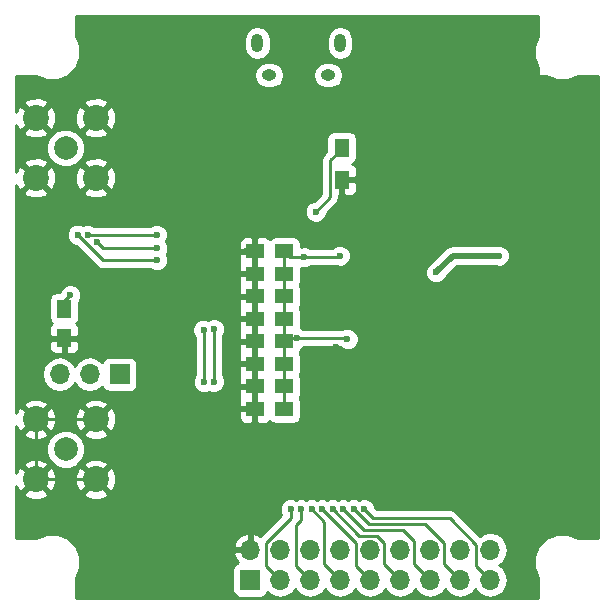
<source format=gbl>
%TF.GenerationSoftware,KiCad,Pcbnew,4.0.6*%
%TF.CreationDate,2017-04-05T20:33:35-07:00*%
%TF.ProjectId,wavegen,7761766567656E2E6B696361645F7063,rev?*%
%TF.FileFunction,Copper,L2,Bot,Signal*%
%FSLAX46Y46*%
G04 Gerber Fmt 4.6, Leading zero omitted, Abs format (unit mm)*
G04 Created by KiCad (PCBNEW 4.0.6) date 04/05/17 20:33:35*
%MOMM*%
%LPD*%
G01*
G04 APERTURE LIST*
%ADD10C,0.100000*%
%ADD11R,1.500000X1.250000*%
%ADD12R,1.250000X1.500000*%
%ADD13O,1.250000X0.950000*%
%ADD14O,1.000000X1.550000*%
%ADD15C,2.200000*%
%ADD16C,2.000000*%
%ADD17R,1.700000X1.700000*%
%ADD18O,1.700000X1.700000*%
%ADD19R,1.300000X1.500000*%
%ADD20C,0.600000*%
%ADD21C,0.250000*%
%ADD22C,0.508000*%
%ADD23C,0.254000*%
G04 APERTURE END LIST*
D10*
D11*
X92055000Y-83566000D03*
X89555000Y-83566000D03*
X92055000Y-85471000D03*
X89555000Y-85471000D03*
X92055000Y-87376000D03*
X89555000Y-87376000D03*
X92055000Y-81661000D03*
X89555000Y-81661000D03*
X92055000Y-79756000D03*
X89555000Y-79756000D03*
X92055000Y-77851000D03*
X89555000Y-77851000D03*
X92055000Y-75946000D03*
X89555000Y-75946000D03*
X92055000Y-74041000D03*
X89555000Y-74041000D03*
D12*
X73406000Y-78887000D03*
X73406000Y-81387000D03*
D13*
X95768800Y-59135000D03*
X90768800Y-59135000D03*
D14*
X96768800Y-56435000D03*
X89768800Y-56435000D03*
D15*
X76073000Y-88265000D03*
X76073000Y-93345000D03*
X70993000Y-93345000D03*
X70993000Y-88265000D03*
D16*
X73533000Y-90805000D03*
D15*
X70993000Y-67818000D03*
X70993000Y-62738000D03*
X76073000Y-62738000D03*
X76073000Y-67818000D03*
D16*
X73533000Y-65278000D03*
D17*
X89154000Y-101854000D03*
D18*
X89154000Y-99314000D03*
X91694000Y-101854000D03*
X91694000Y-99314000D03*
X94234000Y-101854000D03*
X94234000Y-99314000D03*
X96774000Y-101854000D03*
X96774000Y-99314000D03*
X99314000Y-101854000D03*
X99314000Y-99314000D03*
X101854000Y-101854000D03*
X101854000Y-99314000D03*
X104394000Y-101854000D03*
X104394000Y-99314000D03*
X106934000Y-101854000D03*
X106934000Y-99314000D03*
X109474000Y-101854000D03*
X109474000Y-99314000D03*
D17*
X78105000Y-84455000D03*
D18*
X75565000Y-84455000D03*
X73025000Y-84455000D03*
D19*
X96901000Y-65261500D03*
X96901000Y-67961500D03*
D20*
X88011000Y-85471000D03*
X84074000Y-78740000D03*
X92618800Y-60833000D03*
X92583000Y-61595000D03*
X70358000Y-80645000D03*
X92075034Y-70739000D03*
X77470000Y-70485000D03*
X91968800Y-60853800D03*
X91968800Y-61552200D03*
X104140000Y-58420000D03*
X82550000Y-82423000D03*
X107315000Y-80518000D03*
X80645000Y-64770000D03*
X80645000Y-63754000D03*
X80645000Y-62738000D03*
X79756000Y-59055000D03*
X88900000Y-74041000D03*
X96393000Y-82169000D03*
X97663000Y-79883000D03*
X96774000Y-73406000D03*
X94869000Y-73406000D03*
X73787000Y-75692000D03*
X73787000Y-74930000D03*
X75311000Y-75692000D03*
X75311000Y-74930000D03*
X78486000Y-94107000D03*
X84963000Y-89535000D03*
X73924000Y-77744014D03*
X110236000Y-74422000D03*
X104902000Y-75819000D03*
X97394492Y-81472010D03*
X93091000Y-81407000D03*
X93726000Y-74549000D03*
X96774000Y-74422000D03*
X86106000Y-85090000D03*
X86106000Y-80645012D03*
X85217004Y-85090000D03*
X85209216Y-80681165D03*
X92583000Y-95885000D03*
X93472000Y-95885000D03*
X94361000Y-95885000D03*
X95250000Y-95885000D03*
X96139000Y-95885000D03*
X97028000Y-95885000D03*
X97917000Y-95885000D03*
X98806000Y-95885000D03*
X94716000Y-70675500D03*
X81280000Y-74803008D03*
X74549000Y-72644000D03*
X81280004Y-72644000D03*
X75437994Y-72644000D03*
X81280006Y-73787000D03*
X76200000Y-73269000D03*
D21*
X78486000Y-94107000D02*
X78148001Y-94444999D01*
X78148001Y-94444999D02*
X77172999Y-94444999D01*
X77172999Y-94444999D02*
X76073000Y-93345000D01*
X88392000Y-74041000D02*
X89555000Y-74041000D01*
X88519000Y-77851000D02*
X89555000Y-77851000D01*
X70993000Y-88265000D02*
X70993000Y-89820634D01*
X70993000Y-89820634D02*
X70993000Y-93345000D01*
X70993000Y-88265000D02*
X76073000Y-88265000D01*
X70993000Y-93345000D02*
X72548634Y-93345000D01*
X72548634Y-93345000D02*
X76073000Y-93345000D01*
X84963000Y-89535000D02*
X85090000Y-89535000D01*
X73406000Y-78887000D02*
X73406000Y-78262014D01*
X73406000Y-78262014D02*
X73924000Y-77744014D01*
D22*
X104902000Y-75819000D02*
X106299000Y-74422000D01*
X106299000Y-74422000D02*
X110236000Y-74422000D01*
D21*
X97329482Y-81407000D02*
X97394492Y-81472010D01*
X93091000Y-81407000D02*
X97329482Y-81407000D01*
X93091000Y-81407000D02*
X92309000Y-81407000D01*
X96647000Y-74549000D02*
X93726000Y-74549000D01*
X93726000Y-74549000D02*
X92563000Y-74549000D01*
X92309000Y-81407000D02*
X92055000Y-81661000D01*
X92563000Y-74549000D02*
X92055000Y-74041000D01*
X96774000Y-74422000D02*
X96647000Y-74549000D01*
X92055000Y-74041000D02*
X92055000Y-75946000D01*
X92055000Y-77851000D02*
X92055000Y-75946000D01*
X92055000Y-79756000D02*
X92055000Y-77851000D01*
X92055000Y-81661000D02*
X92055000Y-79756000D01*
X92055000Y-83566000D02*
X92055000Y-81661000D01*
X92055000Y-85471000D02*
X92055000Y-83566000D01*
X92055000Y-87376000D02*
X92055000Y-85471000D01*
X86106000Y-80645012D02*
X86106000Y-85090000D01*
X85217004Y-85090000D02*
X85217004Y-80688953D01*
X85217004Y-80688953D02*
X85209216Y-80681165D01*
X92583000Y-95885000D02*
X92583000Y-96647000D01*
X92583000Y-96647000D02*
X90518999Y-98711001D01*
X90518999Y-98711001D02*
X90518999Y-100678999D01*
X90518999Y-100678999D02*
X91694000Y-101854000D01*
X93472000Y-95885000D02*
X93472000Y-96774000D01*
X93472000Y-96774000D02*
X93058999Y-97187001D01*
X93058999Y-97187001D02*
X93058999Y-100678999D01*
X93058999Y-100678999D02*
X94234000Y-101854000D01*
X94361000Y-95885000D02*
X95409001Y-96933001D01*
X95409001Y-96933001D02*
X95409001Y-100489001D01*
X95924001Y-101004001D02*
X96774000Y-101854000D01*
X95409001Y-100489001D02*
X95924001Y-101004001D01*
X95250000Y-95885000D02*
X98138999Y-98773999D01*
X98138999Y-98773999D02*
X98138999Y-100678999D01*
X98138999Y-100678999D02*
X99314000Y-101854000D01*
X96139000Y-95885000D02*
X98392999Y-98138999D01*
X98392999Y-98138999D02*
X99878001Y-98138999D01*
X99878001Y-98138999D02*
X100489001Y-98749999D01*
X100489001Y-98749999D02*
X100489001Y-100489001D01*
X100489001Y-100489001D02*
X101854000Y-101854000D01*
X97028000Y-95885000D02*
X98806000Y-97663000D01*
X98806000Y-97663000D02*
X102108000Y-97663000D01*
X102108000Y-97663000D02*
X103029001Y-98584001D01*
X103029001Y-98584001D02*
X103029001Y-100489001D01*
X103029001Y-100489001D02*
X104394000Y-101854000D01*
X105569001Y-100489001D02*
X106084001Y-101004001D01*
X97917000Y-95885000D02*
X99187000Y-97155000D01*
X99187000Y-97155000D02*
X103974002Y-97155000D01*
X103974002Y-97155000D02*
X105569001Y-98749999D01*
X105569001Y-98749999D02*
X105569001Y-100489001D01*
X106084001Y-101004001D02*
X106934000Y-101854000D01*
X98806000Y-95885000D02*
X99568000Y-96647000D01*
X99568000Y-96647000D02*
X106045000Y-96647000D01*
X106045000Y-96647000D02*
X108298999Y-98900999D01*
X108298999Y-98900999D02*
X108298999Y-100678999D01*
X108298999Y-100678999D02*
X109474000Y-101854000D01*
X94716000Y-70675500D02*
X95925999Y-69465501D01*
X95925999Y-69465501D02*
X95925999Y-66336501D01*
X95925999Y-66336501D02*
X96901000Y-65361500D01*
X96901000Y-65361500D02*
X96901000Y-65261500D01*
X94716000Y-70675500D02*
X94716000Y-70558000D01*
X80855736Y-74803008D02*
X81280000Y-74803008D01*
X76708008Y-74803008D02*
X80855736Y-74803008D01*
X74549000Y-72644000D02*
X76708008Y-74803008D01*
X75437994Y-72644000D02*
X81280004Y-72644000D01*
X76200000Y-73269000D02*
X76718000Y-73787000D01*
X80855742Y-73787000D02*
X81280006Y-73787000D01*
X76718000Y-73787000D02*
X80855742Y-73787000D01*
D23*
G36*
X113538000Y-55824393D02*
X113185415Y-56673513D01*
X113184587Y-57622325D01*
X113538000Y-58477651D01*
X113538000Y-59055000D01*
X113548006Y-59104410D01*
X113576447Y-59146035D01*
X113618841Y-59173315D01*
X113665000Y-59182000D01*
X114244393Y-59182000D01*
X115093513Y-59534585D01*
X116042325Y-59535413D01*
X116897651Y-59182000D01*
X118618000Y-59182000D01*
X118618000Y-98298000D01*
X116895607Y-98298000D01*
X116046487Y-97945415D01*
X115097675Y-97944587D01*
X114220771Y-98306916D01*
X113549274Y-98977242D01*
X113185415Y-99853513D01*
X113184587Y-100802325D01*
X113538000Y-101657651D01*
X113538000Y-103378000D01*
X74422000Y-103378000D01*
X74422000Y-101655607D01*
X74692570Y-101004000D01*
X87656560Y-101004000D01*
X87656560Y-102704000D01*
X87700838Y-102939317D01*
X87839910Y-103155441D01*
X88052110Y-103300431D01*
X88304000Y-103351440D01*
X90004000Y-103351440D01*
X90239317Y-103307162D01*
X90455441Y-103168090D01*
X90600431Y-102955890D01*
X90614086Y-102888459D01*
X90643946Y-102933147D01*
X91125715Y-103255054D01*
X91694000Y-103368093D01*
X92262285Y-103255054D01*
X92744054Y-102933147D01*
X92964000Y-102603974D01*
X93183946Y-102933147D01*
X93665715Y-103255054D01*
X94234000Y-103368093D01*
X94802285Y-103255054D01*
X95284054Y-102933147D01*
X95504000Y-102603974D01*
X95723946Y-102933147D01*
X96205715Y-103255054D01*
X96774000Y-103368093D01*
X97342285Y-103255054D01*
X97824054Y-102933147D01*
X98044000Y-102603974D01*
X98263946Y-102933147D01*
X98745715Y-103255054D01*
X99314000Y-103368093D01*
X99882285Y-103255054D01*
X100364054Y-102933147D01*
X100584000Y-102603974D01*
X100803946Y-102933147D01*
X101285715Y-103255054D01*
X101854000Y-103368093D01*
X102422285Y-103255054D01*
X102904054Y-102933147D01*
X103124000Y-102603974D01*
X103343946Y-102933147D01*
X103825715Y-103255054D01*
X104394000Y-103368093D01*
X104962285Y-103255054D01*
X105444054Y-102933147D01*
X105664000Y-102603974D01*
X105883946Y-102933147D01*
X106365715Y-103255054D01*
X106934000Y-103368093D01*
X107502285Y-103255054D01*
X107984054Y-102933147D01*
X108204000Y-102603974D01*
X108423946Y-102933147D01*
X108905715Y-103255054D01*
X109474000Y-103368093D01*
X110042285Y-103255054D01*
X110524054Y-102933147D01*
X110845961Y-102451378D01*
X110959000Y-101883093D01*
X110959000Y-101824907D01*
X110845961Y-101256622D01*
X110524054Y-100774853D01*
X110238422Y-100584000D01*
X110524054Y-100393147D01*
X110845961Y-99911378D01*
X110959000Y-99343093D01*
X110959000Y-99284907D01*
X110845961Y-98716622D01*
X110524054Y-98234853D01*
X110042285Y-97912946D01*
X109474000Y-97799907D01*
X108905715Y-97912946D01*
X108594017Y-98121215D01*
X106582401Y-96109599D01*
X106335839Y-95944852D01*
X106045000Y-95887000D01*
X99882802Y-95887000D01*
X99741122Y-95745320D01*
X99741162Y-95699833D01*
X99599117Y-95356057D01*
X99336327Y-95092808D01*
X98992799Y-94950162D01*
X98620833Y-94949838D01*
X98361286Y-95057080D01*
X98103799Y-94950162D01*
X97731833Y-94949838D01*
X97472286Y-95057080D01*
X97214799Y-94950162D01*
X96842833Y-94949838D01*
X96583286Y-95057080D01*
X96325799Y-94950162D01*
X95953833Y-94949838D01*
X95694286Y-95057080D01*
X95436799Y-94950162D01*
X95064833Y-94949838D01*
X94805286Y-95057080D01*
X94547799Y-94950162D01*
X94175833Y-94949838D01*
X93916286Y-95057080D01*
X93658799Y-94950162D01*
X93286833Y-94949838D01*
X93027286Y-95057080D01*
X92769799Y-94950162D01*
X92397833Y-94949838D01*
X92054057Y-95091883D01*
X91790808Y-95354673D01*
X91648162Y-95698201D01*
X91647838Y-96070167D01*
X91775665Y-96379533D01*
X90021335Y-98133863D01*
X89920924Y-98042355D01*
X89510890Y-97872524D01*
X89281000Y-97993845D01*
X89281000Y-99187000D01*
X89301000Y-99187000D01*
X89301000Y-99441000D01*
X89281000Y-99441000D01*
X89281000Y-99461000D01*
X89027000Y-99461000D01*
X89027000Y-99441000D01*
X87833181Y-99441000D01*
X87712514Y-99670892D01*
X87958817Y-100195358D01*
X88164504Y-100382808D01*
X88068683Y-100400838D01*
X87852559Y-100539910D01*
X87707569Y-100752110D01*
X87656560Y-101004000D01*
X74692570Y-101004000D01*
X74774585Y-100806487D01*
X74775413Y-99857675D01*
X74413084Y-98980771D01*
X74389463Y-98957108D01*
X87712514Y-98957108D01*
X87833181Y-99187000D01*
X89027000Y-99187000D01*
X89027000Y-97993845D01*
X88797110Y-97872524D01*
X88387076Y-98042355D01*
X87958817Y-98432642D01*
X87712514Y-98957108D01*
X74389463Y-98957108D01*
X73742758Y-98309274D01*
X72866487Y-97945415D01*
X71917675Y-97944587D01*
X71062349Y-98298000D01*
X69342000Y-98298000D01*
X69342000Y-94569868D01*
X69947737Y-94569868D01*
X70058641Y-94847099D01*
X70704593Y-95090323D01*
X71394453Y-95067836D01*
X71927359Y-94847099D01*
X72038263Y-94569868D01*
X75027737Y-94569868D01*
X75138641Y-94847099D01*
X75784593Y-95090323D01*
X76474453Y-95067836D01*
X77007359Y-94847099D01*
X77118263Y-94569868D01*
X76073000Y-93524605D01*
X75027737Y-94569868D01*
X72038263Y-94569868D01*
X70993000Y-93524605D01*
X69947737Y-94569868D01*
X69342000Y-94569868D01*
X69342000Y-93919880D01*
X69490901Y-94279359D01*
X69768132Y-94390263D01*
X70813395Y-93345000D01*
X71172605Y-93345000D01*
X72217868Y-94390263D01*
X72495099Y-94279359D01*
X72738323Y-93633407D01*
X72719521Y-93056593D01*
X74327677Y-93056593D01*
X74350164Y-93746453D01*
X74570901Y-94279359D01*
X74848132Y-94390263D01*
X75893395Y-93345000D01*
X76252605Y-93345000D01*
X77297868Y-94390263D01*
X77575099Y-94279359D01*
X77818323Y-93633407D01*
X77795836Y-92943547D01*
X77575099Y-92410641D01*
X77297868Y-92299737D01*
X76252605Y-93345000D01*
X75893395Y-93345000D01*
X74848132Y-92299737D01*
X74570901Y-92410641D01*
X74327677Y-93056593D01*
X72719521Y-93056593D01*
X72715836Y-92943547D01*
X72495099Y-92410641D01*
X72217868Y-92299737D01*
X71172605Y-93345000D01*
X70813395Y-93345000D01*
X69768132Y-92299737D01*
X69490901Y-92410641D01*
X69342000Y-92806091D01*
X69342000Y-92120132D01*
X69947737Y-92120132D01*
X70993000Y-93165395D01*
X72038263Y-92120132D01*
X71927359Y-91842901D01*
X71281407Y-91599677D01*
X70591547Y-91622164D01*
X70058641Y-91842901D01*
X69947737Y-92120132D01*
X69342000Y-92120132D01*
X69342000Y-91128795D01*
X71897716Y-91128795D01*
X72146106Y-91729943D01*
X72605637Y-92190278D01*
X73206352Y-92439716D01*
X73856795Y-92440284D01*
X74457943Y-92191894D01*
X74529830Y-92120132D01*
X75027737Y-92120132D01*
X76073000Y-93165395D01*
X77118263Y-92120132D01*
X77007359Y-91842901D01*
X76361407Y-91599677D01*
X75671547Y-91622164D01*
X75138641Y-91842901D01*
X75027737Y-92120132D01*
X74529830Y-92120132D01*
X74918278Y-91732363D01*
X75167716Y-91131648D01*
X75168284Y-90481205D01*
X74919894Y-89880057D01*
X74530387Y-89489868D01*
X75027737Y-89489868D01*
X75138641Y-89767099D01*
X75784593Y-90010323D01*
X76474453Y-89987836D01*
X77007359Y-89767099D01*
X77118263Y-89489868D01*
X76073000Y-88444605D01*
X75027737Y-89489868D01*
X74530387Y-89489868D01*
X74460363Y-89419722D01*
X73859648Y-89170284D01*
X73209205Y-89169716D01*
X72608057Y-89418106D01*
X72147722Y-89877637D01*
X71898284Y-90478352D01*
X71897716Y-91128795D01*
X69342000Y-91128795D01*
X69342000Y-89489868D01*
X69947737Y-89489868D01*
X70058641Y-89767099D01*
X70704593Y-90010323D01*
X71394453Y-89987836D01*
X71927359Y-89767099D01*
X72038263Y-89489868D01*
X70993000Y-88444605D01*
X69947737Y-89489868D01*
X69342000Y-89489868D01*
X69342000Y-88839880D01*
X69490901Y-89199359D01*
X69768132Y-89310263D01*
X70813395Y-88265000D01*
X71172605Y-88265000D01*
X72217868Y-89310263D01*
X72495099Y-89199359D01*
X72738323Y-88553407D01*
X72719521Y-87976593D01*
X74327677Y-87976593D01*
X74350164Y-88666453D01*
X74570901Y-89199359D01*
X74848132Y-89310263D01*
X75893395Y-88265000D01*
X76252605Y-88265000D01*
X77297868Y-89310263D01*
X77575099Y-89199359D01*
X77818323Y-88553407D01*
X77795836Y-87863547D01*
X77712249Y-87661750D01*
X88170000Y-87661750D01*
X88170000Y-88127310D01*
X88266673Y-88360699D01*
X88445302Y-88539327D01*
X88678691Y-88636000D01*
X89269250Y-88636000D01*
X89428000Y-88477250D01*
X89428000Y-87503000D01*
X88328750Y-87503000D01*
X88170000Y-87661750D01*
X77712249Y-87661750D01*
X77575099Y-87330641D01*
X77297868Y-87219737D01*
X76252605Y-88265000D01*
X75893395Y-88265000D01*
X74848132Y-87219737D01*
X74570901Y-87330641D01*
X74327677Y-87976593D01*
X72719521Y-87976593D01*
X72715836Y-87863547D01*
X72495099Y-87330641D01*
X72217868Y-87219737D01*
X71172605Y-88265000D01*
X70813395Y-88265000D01*
X69768132Y-87219737D01*
X69490901Y-87330641D01*
X69342000Y-87726091D01*
X69342000Y-87040132D01*
X69947737Y-87040132D01*
X70993000Y-88085395D01*
X72038263Y-87040132D01*
X75027737Y-87040132D01*
X76073000Y-88085395D01*
X77118263Y-87040132D01*
X77007359Y-86762901D01*
X76361407Y-86519677D01*
X75671547Y-86542164D01*
X75138641Y-86762901D01*
X75027737Y-87040132D01*
X72038263Y-87040132D01*
X71927359Y-86762901D01*
X71281407Y-86519677D01*
X70591547Y-86542164D01*
X70058641Y-86762901D01*
X69947737Y-87040132D01*
X69342000Y-87040132D01*
X69342000Y-84425907D01*
X71540000Y-84425907D01*
X71540000Y-84484093D01*
X71653039Y-85052378D01*
X71974946Y-85534147D01*
X72456715Y-85856054D01*
X73025000Y-85969093D01*
X73593285Y-85856054D01*
X74075054Y-85534147D01*
X74295000Y-85204974D01*
X74514946Y-85534147D01*
X74996715Y-85856054D01*
X75565000Y-85969093D01*
X76133285Y-85856054D01*
X76615054Y-85534147D01*
X76642850Y-85492548D01*
X76651838Y-85540317D01*
X76790910Y-85756441D01*
X77003110Y-85901431D01*
X77255000Y-85952440D01*
X78955000Y-85952440D01*
X79190317Y-85908162D01*
X79406441Y-85769090D01*
X79551431Y-85556890D01*
X79602440Y-85305000D01*
X79602440Y-83605000D01*
X79558162Y-83369683D01*
X79419090Y-83153559D01*
X79206890Y-83008569D01*
X78955000Y-82957560D01*
X77255000Y-82957560D01*
X77019683Y-83001838D01*
X76803559Y-83140910D01*
X76658569Y-83353110D01*
X76644914Y-83420541D01*
X76615054Y-83375853D01*
X76133285Y-83053946D01*
X75565000Y-82940907D01*
X74996715Y-83053946D01*
X74514946Y-83375853D01*
X74295000Y-83705026D01*
X74075054Y-83375853D01*
X73593285Y-83053946D01*
X73025000Y-82940907D01*
X72456715Y-83053946D01*
X71974946Y-83375853D01*
X71653039Y-83857622D01*
X71540000Y-84425907D01*
X69342000Y-84425907D01*
X69342000Y-81672750D01*
X72146000Y-81672750D01*
X72146000Y-82263309D01*
X72242673Y-82496698D01*
X72421301Y-82675327D01*
X72654690Y-82772000D01*
X73120250Y-82772000D01*
X73279000Y-82613250D01*
X73279000Y-81514000D01*
X73533000Y-81514000D01*
X73533000Y-82613250D01*
X73691750Y-82772000D01*
X74157310Y-82772000D01*
X74390699Y-82675327D01*
X74569327Y-82496698D01*
X74666000Y-82263309D01*
X74666000Y-81672750D01*
X74507250Y-81514000D01*
X73533000Y-81514000D01*
X73279000Y-81514000D01*
X72304750Y-81514000D01*
X72146000Y-81672750D01*
X69342000Y-81672750D01*
X69342000Y-78137000D01*
X72133560Y-78137000D01*
X72133560Y-79637000D01*
X72177838Y-79872317D01*
X72316910Y-80088441D01*
X72385006Y-80134969D01*
X72242673Y-80277302D01*
X72146000Y-80510691D01*
X72146000Y-81101250D01*
X72304750Y-81260000D01*
X73279000Y-81260000D01*
X73279000Y-81240000D01*
X73533000Y-81240000D01*
X73533000Y-81260000D01*
X74507250Y-81260000D01*
X74666000Y-81101250D01*
X74666000Y-80866332D01*
X84274054Y-80866332D01*
X84416099Y-81210108D01*
X84457004Y-81251084D01*
X84457004Y-84527537D01*
X84424812Y-84559673D01*
X84282166Y-84903201D01*
X84281842Y-85275167D01*
X84423887Y-85618943D01*
X84686677Y-85882192D01*
X85030205Y-86024838D01*
X85402171Y-86025162D01*
X85661716Y-85917920D01*
X85919201Y-86024838D01*
X86291167Y-86025162D01*
X86634943Y-85883117D01*
X86761530Y-85756750D01*
X88170000Y-85756750D01*
X88170000Y-86222310D01*
X88253336Y-86423500D01*
X88170000Y-86624690D01*
X88170000Y-87090250D01*
X88328750Y-87249000D01*
X89428000Y-87249000D01*
X89428000Y-85598000D01*
X88328750Y-85598000D01*
X88170000Y-85756750D01*
X86761530Y-85756750D01*
X86898192Y-85620327D01*
X87040838Y-85276799D01*
X87041162Y-84904833D01*
X86899117Y-84561057D01*
X86866000Y-84527882D01*
X86866000Y-83851750D01*
X88170000Y-83851750D01*
X88170000Y-84317310D01*
X88253336Y-84518500D01*
X88170000Y-84719690D01*
X88170000Y-85185250D01*
X88328750Y-85344000D01*
X89428000Y-85344000D01*
X89428000Y-83693000D01*
X88328750Y-83693000D01*
X88170000Y-83851750D01*
X86866000Y-83851750D01*
X86866000Y-81946750D01*
X88170000Y-81946750D01*
X88170000Y-82412310D01*
X88253336Y-82613500D01*
X88170000Y-82814690D01*
X88170000Y-83280250D01*
X88328750Y-83439000D01*
X89428000Y-83439000D01*
X89428000Y-81788000D01*
X88328750Y-81788000D01*
X88170000Y-81946750D01*
X86866000Y-81946750D01*
X86866000Y-81207475D01*
X86898192Y-81175339D01*
X87040838Y-80831811D01*
X87041162Y-80459845D01*
X86899117Y-80116069D01*
X86824928Y-80041750D01*
X88170000Y-80041750D01*
X88170000Y-80507310D01*
X88253336Y-80708500D01*
X88170000Y-80909690D01*
X88170000Y-81375250D01*
X88328750Y-81534000D01*
X89428000Y-81534000D01*
X89428000Y-79883000D01*
X88328750Y-79883000D01*
X88170000Y-80041750D01*
X86824928Y-80041750D01*
X86636327Y-79852820D01*
X86292799Y-79710174D01*
X85920833Y-79709850D01*
X85613744Y-79836736D01*
X85396015Y-79746327D01*
X85024049Y-79746003D01*
X84680273Y-79888048D01*
X84417024Y-80150838D01*
X84274378Y-80494366D01*
X84274054Y-80866332D01*
X74666000Y-80866332D01*
X74666000Y-80510691D01*
X74569327Y-80277302D01*
X74428090Y-80136064D01*
X74482441Y-80101090D01*
X74627431Y-79888890D01*
X74678440Y-79637000D01*
X74678440Y-78312027D01*
X74716192Y-78274341D01*
X74773325Y-78136750D01*
X88170000Y-78136750D01*
X88170000Y-78602310D01*
X88253336Y-78803500D01*
X88170000Y-79004690D01*
X88170000Y-79470250D01*
X88328750Y-79629000D01*
X89428000Y-79629000D01*
X89428000Y-77978000D01*
X88328750Y-77978000D01*
X88170000Y-78136750D01*
X74773325Y-78136750D01*
X74858838Y-77930813D01*
X74859162Y-77558847D01*
X74717117Y-77215071D01*
X74454327Y-76951822D01*
X74110799Y-76809176D01*
X73738833Y-76808852D01*
X73395057Y-76950897D01*
X73131808Y-77213687D01*
X73017255Y-77489560D01*
X72781000Y-77489560D01*
X72545683Y-77533838D01*
X72329559Y-77672910D01*
X72184569Y-77885110D01*
X72133560Y-78137000D01*
X69342000Y-78137000D01*
X69342000Y-76231750D01*
X88170000Y-76231750D01*
X88170000Y-76697310D01*
X88253336Y-76898500D01*
X88170000Y-77099690D01*
X88170000Y-77565250D01*
X88328750Y-77724000D01*
X89428000Y-77724000D01*
X89428000Y-76073000D01*
X88328750Y-76073000D01*
X88170000Y-76231750D01*
X69342000Y-76231750D01*
X69342000Y-72829167D01*
X73613838Y-72829167D01*
X73755883Y-73172943D01*
X74018673Y-73436192D01*
X74362201Y-73578838D01*
X74409077Y-73578879D01*
X76170607Y-75340409D01*
X76417168Y-75505156D01*
X76708008Y-75563008D01*
X80717537Y-75563008D01*
X80749673Y-75595200D01*
X81093201Y-75737846D01*
X81465167Y-75738170D01*
X81808943Y-75596125D01*
X82072192Y-75333335D01*
X82214838Y-74989807D01*
X82215162Y-74617841D01*
X82094886Y-74326750D01*
X88170000Y-74326750D01*
X88170000Y-74792310D01*
X88253336Y-74993500D01*
X88170000Y-75194690D01*
X88170000Y-75660250D01*
X88328750Y-75819000D01*
X89428000Y-75819000D01*
X89428000Y-74168000D01*
X88328750Y-74168000D01*
X88170000Y-74326750D01*
X82094886Y-74326750D01*
X82081618Y-74294640D01*
X82214844Y-73973799D01*
X82215168Y-73601833D01*
X82086194Y-73289690D01*
X88170000Y-73289690D01*
X88170000Y-73755250D01*
X88328750Y-73914000D01*
X89428000Y-73914000D01*
X89428000Y-72939750D01*
X89682000Y-72939750D01*
X89682000Y-73914000D01*
X89702000Y-73914000D01*
X89702000Y-74168000D01*
X89682000Y-74168000D01*
X89682000Y-75819000D01*
X89702000Y-75819000D01*
X89702000Y-76073000D01*
X89682000Y-76073000D01*
X89682000Y-77724000D01*
X89702000Y-77724000D01*
X89702000Y-77978000D01*
X89682000Y-77978000D01*
X89682000Y-79629000D01*
X89702000Y-79629000D01*
X89702000Y-79883000D01*
X89682000Y-79883000D01*
X89682000Y-81534000D01*
X89702000Y-81534000D01*
X89702000Y-81788000D01*
X89682000Y-81788000D01*
X89682000Y-83439000D01*
X89702000Y-83439000D01*
X89702000Y-83693000D01*
X89682000Y-83693000D01*
X89682000Y-85344000D01*
X89702000Y-85344000D01*
X89702000Y-85598000D01*
X89682000Y-85598000D01*
X89682000Y-87249000D01*
X89702000Y-87249000D01*
X89702000Y-87503000D01*
X89682000Y-87503000D01*
X89682000Y-88477250D01*
X89840750Y-88636000D01*
X90431309Y-88636000D01*
X90664698Y-88539327D01*
X90805936Y-88398090D01*
X90840910Y-88452441D01*
X91053110Y-88597431D01*
X91305000Y-88648440D01*
X92805000Y-88648440D01*
X93040317Y-88604162D01*
X93256441Y-88465090D01*
X93401431Y-88252890D01*
X93452440Y-88001000D01*
X93452440Y-86751000D01*
X93408162Y-86515683D01*
X93349293Y-86424197D01*
X93401431Y-86347890D01*
X93452440Y-86096000D01*
X93452440Y-84846000D01*
X93408162Y-84610683D01*
X93349293Y-84519197D01*
X93401431Y-84442890D01*
X93452440Y-84191000D01*
X93452440Y-82941000D01*
X93408162Y-82705683D01*
X93349293Y-82614197D01*
X93401431Y-82537890D01*
X93452440Y-82286000D01*
X93452440Y-82269328D01*
X93619943Y-82200117D01*
X93653118Y-82167000D01*
X96767132Y-82167000D01*
X96864165Y-82264202D01*
X97207693Y-82406848D01*
X97579659Y-82407172D01*
X97923435Y-82265127D01*
X98186684Y-82002337D01*
X98329330Y-81658809D01*
X98329654Y-81286843D01*
X98187609Y-80943067D01*
X97924819Y-80679818D01*
X97581291Y-80537172D01*
X97209325Y-80536848D01*
X96942736Y-80647000D01*
X93653463Y-80647000D01*
X93621327Y-80614808D01*
X93421865Y-80531984D01*
X93452440Y-80381000D01*
X93452440Y-79131000D01*
X93408162Y-78895683D01*
X93349293Y-78804197D01*
X93401431Y-78727890D01*
X93452440Y-78476000D01*
X93452440Y-77226000D01*
X93408162Y-76990683D01*
X93349293Y-76899197D01*
X93401431Y-76822890D01*
X93452440Y-76571000D01*
X93452440Y-76004167D01*
X103966838Y-76004167D01*
X104108883Y-76347943D01*
X104371673Y-76611192D01*
X104715201Y-76753838D01*
X105087167Y-76754162D01*
X105430943Y-76612117D01*
X105694192Y-76349327D01*
X105740549Y-76237687D01*
X106667236Y-75311000D01*
X109938811Y-75311000D01*
X110049201Y-75356838D01*
X110421167Y-75357162D01*
X110764943Y-75215117D01*
X111028192Y-74952327D01*
X111170838Y-74608799D01*
X111171162Y-74236833D01*
X111029117Y-73893057D01*
X110766327Y-73629808D01*
X110422799Y-73487162D01*
X110050833Y-73486838D01*
X109939112Y-73533000D01*
X106299000Y-73533000D01*
X105958794Y-73600671D01*
X105670382Y-73793382D01*
X104483526Y-74980238D01*
X104373057Y-75025883D01*
X104109808Y-75288673D01*
X103967162Y-75632201D01*
X103966838Y-76004167D01*
X93452440Y-76004167D01*
X93452440Y-75447812D01*
X93539201Y-75483838D01*
X93911167Y-75484162D01*
X94254943Y-75342117D01*
X94288118Y-75309000D01*
X96471995Y-75309000D01*
X96587201Y-75356838D01*
X96959167Y-75357162D01*
X97302943Y-75215117D01*
X97566192Y-74952327D01*
X97708838Y-74608799D01*
X97709162Y-74236833D01*
X97567117Y-73893057D01*
X97304327Y-73629808D01*
X96960799Y-73487162D01*
X96588833Y-73486838D01*
X96245057Y-73628883D01*
X96084660Y-73789000D01*
X94288463Y-73789000D01*
X94256327Y-73756808D01*
X93912799Y-73614162D01*
X93540833Y-73613838D01*
X93452440Y-73650361D01*
X93452440Y-73416000D01*
X93408162Y-73180683D01*
X93269090Y-72964559D01*
X93056890Y-72819569D01*
X92805000Y-72768560D01*
X91305000Y-72768560D01*
X91069683Y-72812838D01*
X90853559Y-72951910D01*
X90807031Y-73020006D01*
X90664698Y-72877673D01*
X90431309Y-72781000D01*
X89840750Y-72781000D01*
X89682000Y-72939750D01*
X89428000Y-72939750D01*
X89269250Y-72781000D01*
X88678691Y-72781000D01*
X88445302Y-72877673D01*
X88266673Y-73056301D01*
X88170000Y-73289690D01*
X82086194Y-73289690D01*
X82073123Y-73258057D01*
X82030795Y-73215655D01*
X82072196Y-73174327D01*
X82214842Y-72830799D01*
X82215166Y-72458833D01*
X82073121Y-72115057D01*
X81810331Y-71851808D01*
X81466803Y-71709162D01*
X81094837Y-71708838D01*
X80751061Y-71850883D01*
X80717886Y-71884000D01*
X76000457Y-71884000D01*
X75968321Y-71851808D01*
X75624793Y-71709162D01*
X75252827Y-71708838D01*
X74993283Y-71816079D01*
X74735799Y-71709162D01*
X74363833Y-71708838D01*
X74020057Y-71850883D01*
X73756808Y-72113673D01*
X73614162Y-72457201D01*
X73613838Y-72829167D01*
X69342000Y-72829167D01*
X69342000Y-70860667D01*
X93780838Y-70860667D01*
X93922883Y-71204443D01*
X94185673Y-71467692D01*
X94529201Y-71610338D01*
X94901167Y-71610662D01*
X95244943Y-71468617D01*
X95508192Y-71205827D01*
X95650838Y-70862299D01*
X95650879Y-70815423D01*
X96463400Y-70002902D01*
X96628147Y-69756340D01*
X96685999Y-69465501D01*
X96685999Y-69275751D01*
X96774000Y-69187750D01*
X96774000Y-68088500D01*
X97028000Y-68088500D01*
X97028000Y-69187750D01*
X97186750Y-69346500D01*
X97677310Y-69346500D01*
X97910699Y-69249827D01*
X98089327Y-69071198D01*
X98186000Y-68837809D01*
X98186000Y-68247250D01*
X98027250Y-68088500D01*
X97028000Y-68088500D01*
X96774000Y-68088500D01*
X96754000Y-68088500D01*
X96754000Y-67834500D01*
X96774000Y-67834500D01*
X96774000Y-67814500D01*
X97028000Y-67814500D01*
X97028000Y-67834500D01*
X98027250Y-67834500D01*
X98186000Y-67675750D01*
X98186000Y-67085191D01*
X98089327Y-66851802D01*
X97910699Y-66673173D01*
X97774713Y-66616846D01*
X97786317Y-66614662D01*
X98002441Y-66475590D01*
X98147431Y-66263390D01*
X98198440Y-66011500D01*
X98198440Y-64511500D01*
X98154162Y-64276183D01*
X98015090Y-64060059D01*
X97802890Y-63915069D01*
X97551000Y-63864060D01*
X96251000Y-63864060D01*
X96015683Y-63908338D01*
X95799559Y-64047410D01*
X95654569Y-64259610D01*
X95603560Y-64511500D01*
X95603560Y-65584138D01*
X95388598Y-65799100D01*
X95223851Y-66045662D01*
X95165999Y-66336501D01*
X95165999Y-69150699D01*
X94576320Y-69740378D01*
X94530833Y-69740338D01*
X94187057Y-69882383D01*
X93923808Y-70145173D01*
X93781162Y-70488701D01*
X93780838Y-70860667D01*
X69342000Y-70860667D01*
X69342000Y-69042868D01*
X69947737Y-69042868D01*
X70058641Y-69320099D01*
X70704593Y-69563323D01*
X71394453Y-69540836D01*
X71927359Y-69320099D01*
X72038263Y-69042868D01*
X75027737Y-69042868D01*
X75138641Y-69320099D01*
X75784593Y-69563323D01*
X76474453Y-69540836D01*
X77007359Y-69320099D01*
X77118263Y-69042868D01*
X76073000Y-67997605D01*
X75027737Y-69042868D01*
X72038263Y-69042868D01*
X70993000Y-67997605D01*
X69947737Y-69042868D01*
X69342000Y-69042868D01*
X69342000Y-68392880D01*
X69490901Y-68752359D01*
X69768132Y-68863263D01*
X70813395Y-67818000D01*
X71172605Y-67818000D01*
X72217868Y-68863263D01*
X72495099Y-68752359D01*
X72738323Y-68106407D01*
X72719521Y-67529593D01*
X74327677Y-67529593D01*
X74350164Y-68219453D01*
X74570901Y-68752359D01*
X74848132Y-68863263D01*
X75893395Y-67818000D01*
X76252605Y-67818000D01*
X77297868Y-68863263D01*
X77575099Y-68752359D01*
X77818323Y-68106407D01*
X77795836Y-67416547D01*
X77575099Y-66883641D01*
X77297868Y-66772737D01*
X76252605Y-67818000D01*
X75893395Y-67818000D01*
X74848132Y-66772737D01*
X74570901Y-66883641D01*
X74327677Y-67529593D01*
X72719521Y-67529593D01*
X72715836Y-67416547D01*
X72495099Y-66883641D01*
X72217868Y-66772737D01*
X71172605Y-67818000D01*
X70813395Y-67818000D01*
X69768132Y-66772737D01*
X69490901Y-66883641D01*
X69342000Y-67279091D01*
X69342000Y-66593132D01*
X69947737Y-66593132D01*
X70993000Y-67638395D01*
X72038263Y-66593132D01*
X71927359Y-66315901D01*
X71281407Y-66072677D01*
X70591547Y-66095164D01*
X70058641Y-66315901D01*
X69947737Y-66593132D01*
X69342000Y-66593132D01*
X69342000Y-65601795D01*
X71897716Y-65601795D01*
X72146106Y-66202943D01*
X72605637Y-66663278D01*
X73206352Y-66912716D01*
X73856795Y-66913284D01*
X74457943Y-66664894D01*
X74529830Y-66593132D01*
X75027737Y-66593132D01*
X76073000Y-67638395D01*
X77118263Y-66593132D01*
X77007359Y-66315901D01*
X76361407Y-66072677D01*
X75671547Y-66095164D01*
X75138641Y-66315901D01*
X75027737Y-66593132D01*
X74529830Y-66593132D01*
X74918278Y-66205363D01*
X75167716Y-65604648D01*
X75168284Y-64954205D01*
X74919894Y-64353057D01*
X74530387Y-63962868D01*
X75027737Y-63962868D01*
X75138641Y-64240099D01*
X75784593Y-64483323D01*
X76474453Y-64460836D01*
X77007359Y-64240099D01*
X77118263Y-63962868D01*
X76073000Y-62917605D01*
X75027737Y-63962868D01*
X74530387Y-63962868D01*
X74460363Y-63892722D01*
X73859648Y-63643284D01*
X73209205Y-63642716D01*
X72608057Y-63891106D01*
X72147722Y-64350637D01*
X71898284Y-64951352D01*
X71897716Y-65601795D01*
X69342000Y-65601795D01*
X69342000Y-63962868D01*
X69947737Y-63962868D01*
X70058641Y-64240099D01*
X70704593Y-64483323D01*
X71394453Y-64460836D01*
X71927359Y-64240099D01*
X72038263Y-63962868D01*
X70993000Y-62917605D01*
X69947737Y-63962868D01*
X69342000Y-63962868D01*
X69342000Y-63312880D01*
X69490901Y-63672359D01*
X69768132Y-63783263D01*
X70813395Y-62738000D01*
X71172605Y-62738000D01*
X72217868Y-63783263D01*
X72495099Y-63672359D01*
X72738323Y-63026407D01*
X72719521Y-62449593D01*
X74327677Y-62449593D01*
X74350164Y-63139453D01*
X74570901Y-63672359D01*
X74848132Y-63783263D01*
X75893395Y-62738000D01*
X76252605Y-62738000D01*
X77297868Y-63783263D01*
X77575099Y-63672359D01*
X77818323Y-63026407D01*
X77795836Y-62336547D01*
X77575099Y-61803641D01*
X77297868Y-61692737D01*
X76252605Y-62738000D01*
X75893395Y-62738000D01*
X74848132Y-61692737D01*
X74570901Y-61803641D01*
X74327677Y-62449593D01*
X72719521Y-62449593D01*
X72715836Y-62336547D01*
X72495099Y-61803641D01*
X72217868Y-61692737D01*
X71172605Y-62738000D01*
X70813395Y-62738000D01*
X69768132Y-61692737D01*
X69490901Y-61803641D01*
X69342000Y-62199091D01*
X69342000Y-61513132D01*
X69947737Y-61513132D01*
X70993000Y-62558395D01*
X72038263Y-61513132D01*
X75027737Y-61513132D01*
X76073000Y-62558395D01*
X77118263Y-61513132D01*
X77007359Y-61235901D01*
X76361407Y-60992677D01*
X75671547Y-61015164D01*
X75138641Y-61235901D01*
X75027737Y-61513132D01*
X72038263Y-61513132D01*
X71927359Y-61235901D01*
X71281407Y-60992677D01*
X70591547Y-61015164D01*
X70058641Y-61235901D01*
X69947737Y-61513132D01*
X69342000Y-61513132D01*
X69342000Y-59182000D01*
X71064393Y-59182000D01*
X71913513Y-59534585D01*
X72862325Y-59535413D01*
X73739229Y-59173084D01*
X73777379Y-59135000D01*
X89484115Y-59135000D01*
X89568609Y-59559779D01*
X89809226Y-59919889D01*
X90169336Y-60160506D01*
X90594115Y-60245000D01*
X90943485Y-60245000D01*
X91368264Y-60160506D01*
X91728374Y-59919889D01*
X91968991Y-59559779D01*
X92053485Y-59135000D01*
X94484115Y-59135000D01*
X94568609Y-59559779D01*
X94809226Y-59919889D01*
X95169336Y-60160506D01*
X95594115Y-60245000D01*
X95943485Y-60245000D01*
X96368264Y-60160506D01*
X96728374Y-59919889D01*
X96968991Y-59559779D01*
X97053485Y-59135000D01*
X96968991Y-58710221D01*
X96728374Y-58350111D01*
X96368264Y-58109494D01*
X95943485Y-58025000D01*
X95594115Y-58025000D01*
X95169336Y-58109494D01*
X94809226Y-58350111D01*
X94568609Y-58710221D01*
X94484115Y-59135000D01*
X92053485Y-59135000D01*
X91968991Y-58710221D01*
X91728374Y-58350111D01*
X91368264Y-58109494D01*
X90943485Y-58025000D01*
X90594115Y-58025000D01*
X90169336Y-58109494D01*
X89809226Y-58350111D01*
X89568609Y-58710221D01*
X89484115Y-59135000D01*
X73777379Y-59135000D01*
X74410726Y-58502758D01*
X74774585Y-57626487D01*
X74775413Y-56677675D01*
X74550101Y-56132376D01*
X88633800Y-56132376D01*
X88633800Y-56737624D01*
X88720197Y-57171970D01*
X88966234Y-57540190D01*
X89334454Y-57786227D01*
X89768800Y-57872624D01*
X90203146Y-57786227D01*
X90571366Y-57540190D01*
X90817403Y-57171970D01*
X90903800Y-56737624D01*
X90903800Y-56132376D01*
X95633800Y-56132376D01*
X95633800Y-56737624D01*
X95720197Y-57171970D01*
X95966234Y-57540190D01*
X96334454Y-57786227D01*
X96768800Y-57872624D01*
X97203146Y-57786227D01*
X97571366Y-57540190D01*
X97817403Y-57171970D01*
X97903800Y-56737624D01*
X97903800Y-56132376D01*
X97817403Y-55698030D01*
X97571366Y-55329810D01*
X97203146Y-55083773D01*
X96768800Y-54997376D01*
X96334454Y-55083773D01*
X95966234Y-55329810D01*
X95720197Y-55698030D01*
X95633800Y-56132376D01*
X90903800Y-56132376D01*
X90817403Y-55698030D01*
X90571366Y-55329810D01*
X90203146Y-55083773D01*
X89768800Y-54997376D01*
X89334454Y-55083773D01*
X88966234Y-55329810D01*
X88720197Y-55698030D01*
X88633800Y-56132376D01*
X74550101Y-56132376D01*
X74422000Y-55822349D01*
X74422000Y-54102000D01*
X113538000Y-54102000D01*
X113538000Y-55824393D01*
X113538000Y-55824393D01*
G37*
X113538000Y-55824393D02*
X113185415Y-56673513D01*
X113184587Y-57622325D01*
X113538000Y-58477651D01*
X113538000Y-59055000D01*
X113548006Y-59104410D01*
X113576447Y-59146035D01*
X113618841Y-59173315D01*
X113665000Y-59182000D01*
X114244393Y-59182000D01*
X115093513Y-59534585D01*
X116042325Y-59535413D01*
X116897651Y-59182000D01*
X118618000Y-59182000D01*
X118618000Y-98298000D01*
X116895607Y-98298000D01*
X116046487Y-97945415D01*
X115097675Y-97944587D01*
X114220771Y-98306916D01*
X113549274Y-98977242D01*
X113185415Y-99853513D01*
X113184587Y-100802325D01*
X113538000Y-101657651D01*
X113538000Y-103378000D01*
X74422000Y-103378000D01*
X74422000Y-101655607D01*
X74692570Y-101004000D01*
X87656560Y-101004000D01*
X87656560Y-102704000D01*
X87700838Y-102939317D01*
X87839910Y-103155441D01*
X88052110Y-103300431D01*
X88304000Y-103351440D01*
X90004000Y-103351440D01*
X90239317Y-103307162D01*
X90455441Y-103168090D01*
X90600431Y-102955890D01*
X90614086Y-102888459D01*
X90643946Y-102933147D01*
X91125715Y-103255054D01*
X91694000Y-103368093D01*
X92262285Y-103255054D01*
X92744054Y-102933147D01*
X92964000Y-102603974D01*
X93183946Y-102933147D01*
X93665715Y-103255054D01*
X94234000Y-103368093D01*
X94802285Y-103255054D01*
X95284054Y-102933147D01*
X95504000Y-102603974D01*
X95723946Y-102933147D01*
X96205715Y-103255054D01*
X96774000Y-103368093D01*
X97342285Y-103255054D01*
X97824054Y-102933147D01*
X98044000Y-102603974D01*
X98263946Y-102933147D01*
X98745715Y-103255054D01*
X99314000Y-103368093D01*
X99882285Y-103255054D01*
X100364054Y-102933147D01*
X100584000Y-102603974D01*
X100803946Y-102933147D01*
X101285715Y-103255054D01*
X101854000Y-103368093D01*
X102422285Y-103255054D01*
X102904054Y-102933147D01*
X103124000Y-102603974D01*
X103343946Y-102933147D01*
X103825715Y-103255054D01*
X104394000Y-103368093D01*
X104962285Y-103255054D01*
X105444054Y-102933147D01*
X105664000Y-102603974D01*
X105883946Y-102933147D01*
X106365715Y-103255054D01*
X106934000Y-103368093D01*
X107502285Y-103255054D01*
X107984054Y-102933147D01*
X108204000Y-102603974D01*
X108423946Y-102933147D01*
X108905715Y-103255054D01*
X109474000Y-103368093D01*
X110042285Y-103255054D01*
X110524054Y-102933147D01*
X110845961Y-102451378D01*
X110959000Y-101883093D01*
X110959000Y-101824907D01*
X110845961Y-101256622D01*
X110524054Y-100774853D01*
X110238422Y-100584000D01*
X110524054Y-100393147D01*
X110845961Y-99911378D01*
X110959000Y-99343093D01*
X110959000Y-99284907D01*
X110845961Y-98716622D01*
X110524054Y-98234853D01*
X110042285Y-97912946D01*
X109474000Y-97799907D01*
X108905715Y-97912946D01*
X108594017Y-98121215D01*
X106582401Y-96109599D01*
X106335839Y-95944852D01*
X106045000Y-95887000D01*
X99882802Y-95887000D01*
X99741122Y-95745320D01*
X99741162Y-95699833D01*
X99599117Y-95356057D01*
X99336327Y-95092808D01*
X98992799Y-94950162D01*
X98620833Y-94949838D01*
X98361286Y-95057080D01*
X98103799Y-94950162D01*
X97731833Y-94949838D01*
X97472286Y-95057080D01*
X97214799Y-94950162D01*
X96842833Y-94949838D01*
X96583286Y-95057080D01*
X96325799Y-94950162D01*
X95953833Y-94949838D01*
X95694286Y-95057080D01*
X95436799Y-94950162D01*
X95064833Y-94949838D01*
X94805286Y-95057080D01*
X94547799Y-94950162D01*
X94175833Y-94949838D01*
X93916286Y-95057080D01*
X93658799Y-94950162D01*
X93286833Y-94949838D01*
X93027286Y-95057080D01*
X92769799Y-94950162D01*
X92397833Y-94949838D01*
X92054057Y-95091883D01*
X91790808Y-95354673D01*
X91648162Y-95698201D01*
X91647838Y-96070167D01*
X91775665Y-96379533D01*
X90021335Y-98133863D01*
X89920924Y-98042355D01*
X89510890Y-97872524D01*
X89281000Y-97993845D01*
X89281000Y-99187000D01*
X89301000Y-99187000D01*
X89301000Y-99441000D01*
X89281000Y-99441000D01*
X89281000Y-99461000D01*
X89027000Y-99461000D01*
X89027000Y-99441000D01*
X87833181Y-99441000D01*
X87712514Y-99670892D01*
X87958817Y-100195358D01*
X88164504Y-100382808D01*
X88068683Y-100400838D01*
X87852559Y-100539910D01*
X87707569Y-100752110D01*
X87656560Y-101004000D01*
X74692570Y-101004000D01*
X74774585Y-100806487D01*
X74775413Y-99857675D01*
X74413084Y-98980771D01*
X74389463Y-98957108D01*
X87712514Y-98957108D01*
X87833181Y-99187000D01*
X89027000Y-99187000D01*
X89027000Y-97993845D01*
X88797110Y-97872524D01*
X88387076Y-98042355D01*
X87958817Y-98432642D01*
X87712514Y-98957108D01*
X74389463Y-98957108D01*
X73742758Y-98309274D01*
X72866487Y-97945415D01*
X71917675Y-97944587D01*
X71062349Y-98298000D01*
X69342000Y-98298000D01*
X69342000Y-94569868D01*
X69947737Y-94569868D01*
X70058641Y-94847099D01*
X70704593Y-95090323D01*
X71394453Y-95067836D01*
X71927359Y-94847099D01*
X72038263Y-94569868D01*
X75027737Y-94569868D01*
X75138641Y-94847099D01*
X75784593Y-95090323D01*
X76474453Y-95067836D01*
X77007359Y-94847099D01*
X77118263Y-94569868D01*
X76073000Y-93524605D01*
X75027737Y-94569868D01*
X72038263Y-94569868D01*
X70993000Y-93524605D01*
X69947737Y-94569868D01*
X69342000Y-94569868D01*
X69342000Y-93919880D01*
X69490901Y-94279359D01*
X69768132Y-94390263D01*
X70813395Y-93345000D01*
X71172605Y-93345000D01*
X72217868Y-94390263D01*
X72495099Y-94279359D01*
X72738323Y-93633407D01*
X72719521Y-93056593D01*
X74327677Y-93056593D01*
X74350164Y-93746453D01*
X74570901Y-94279359D01*
X74848132Y-94390263D01*
X75893395Y-93345000D01*
X76252605Y-93345000D01*
X77297868Y-94390263D01*
X77575099Y-94279359D01*
X77818323Y-93633407D01*
X77795836Y-92943547D01*
X77575099Y-92410641D01*
X77297868Y-92299737D01*
X76252605Y-93345000D01*
X75893395Y-93345000D01*
X74848132Y-92299737D01*
X74570901Y-92410641D01*
X74327677Y-93056593D01*
X72719521Y-93056593D01*
X72715836Y-92943547D01*
X72495099Y-92410641D01*
X72217868Y-92299737D01*
X71172605Y-93345000D01*
X70813395Y-93345000D01*
X69768132Y-92299737D01*
X69490901Y-92410641D01*
X69342000Y-92806091D01*
X69342000Y-92120132D01*
X69947737Y-92120132D01*
X70993000Y-93165395D01*
X72038263Y-92120132D01*
X71927359Y-91842901D01*
X71281407Y-91599677D01*
X70591547Y-91622164D01*
X70058641Y-91842901D01*
X69947737Y-92120132D01*
X69342000Y-92120132D01*
X69342000Y-91128795D01*
X71897716Y-91128795D01*
X72146106Y-91729943D01*
X72605637Y-92190278D01*
X73206352Y-92439716D01*
X73856795Y-92440284D01*
X74457943Y-92191894D01*
X74529830Y-92120132D01*
X75027737Y-92120132D01*
X76073000Y-93165395D01*
X77118263Y-92120132D01*
X77007359Y-91842901D01*
X76361407Y-91599677D01*
X75671547Y-91622164D01*
X75138641Y-91842901D01*
X75027737Y-92120132D01*
X74529830Y-92120132D01*
X74918278Y-91732363D01*
X75167716Y-91131648D01*
X75168284Y-90481205D01*
X74919894Y-89880057D01*
X74530387Y-89489868D01*
X75027737Y-89489868D01*
X75138641Y-89767099D01*
X75784593Y-90010323D01*
X76474453Y-89987836D01*
X77007359Y-89767099D01*
X77118263Y-89489868D01*
X76073000Y-88444605D01*
X75027737Y-89489868D01*
X74530387Y-89489868D01*
X74460363Y-89419722D01*
X73859648Y-89170284D01*
X73209205Y-89169716D01*
X72608057Y-89418106D01*
X72147722Y-89877637D01*
X71898284Y-90478352D01*
X71897716Y-91128795D01*
X69342000Y-91128795D01*
X69342000Y-89489868D01*
X69947737Y-89489868D01*
X70058641Y-89767099D01*
X70704593Y-90010323D01*
X71394453Y-89987836D01*
X71927359Y-89767099D01*
X72038263Y-89489868D01*
X70993000Y-88444605D01*
X69947737Y-89489868D01*
X69342000Y-89489868D01*
X69342000Y-88839880D01*
X69490901Y-89199359D01*
X69768132Y-89310263D01*
X70813395Y-88265000D01*
X71172605Y-88265000D01*
X72217868Y-89310263D01*
X72495099Y-89199359D01*
X72738323Y-88553407D01*
X72719521Y-87976593D01*
X74327677Y-87976593D01*
X74350164Y-88666453D01*
X74570901Y-89199359D01*
X74848132Y-89310263D01*
X75893395Y-88265000D01*
X76252605Y-88265000D01*
X77297868Y-89310263D01*
X77575099Y-89199359D01*
X77818323Y-88553407D01*
X77795836Y-87863547D01*
X77712249Y-87661750D01*
X88170000Y-87661750D01*
X88170000Y-88127310D01*
X88266673Y-88360699D01*
X88445302Y-88539327D01*
X88678691Y-88636000D01*
X89269250Y-88636000D01*
X89428000Y-88477250D01*
X89428000Y-87503000D01*
X88328750Y-87503000D01*
X88170000Y-87661750D01*
X77712249Y-87661750D01*
X77575099Y-87330641D01*
X77297868Y-87219737D01*
X76252605Y-88265000D01*
X75893395Y-88265000D01*
X74848132Y-87219737D01*
X74570901Y-87330641D01*
X74327677Y-87976593D01*
X72719521Y-87976593D01*
X72715836Y-87863547D01*
X72495099Y-87330641D01*
X72217868Y-87219737D01*
X71172605Y-88265000D01*
X70813395Y-88265000D01*
X69768132Y-87219737D01*
X69490901Y-87330641D01*
X69342000Y-87726091D01*
X69342000Y-87040132D01*
X69947737Y-87040132D01*
X70993000Y-88085395D01*
X72038263Y-87040132D01*
X75027737Y-87040132D01*
X76073000Y-88085395D01*
X77118263Y-87040132D01*
X77007359Y-86762901D01*
X76361407Y-86519677D01*
X75671547Y-86542164D01*
X75138641Y-86762901D01*
X75027737Y-87040132D01*
X72038263Y-87040132D01*
X71927359Y-86762901D01*
X71281407Y-86519677D01*
X70591547Y-86542164D01*
X70058641Y-86762901D01*
X69947737Y-87040132D01*
X69342000Y-87040132D01*
X69342000Y-84425907D01*
X71540000Y-84425907D01*
X71540000Y-84484093D01*
X71653039Y-85052378D01*
X71974946Y-85534147D01*
X72456715Y-85856054D01*
X73025000Y-85969093D01*
X73593285Y-85856054D01*
X74075054Y-85534147D01*
X74295000Y-85204974D01*
X74514946Y-85534147D01*
X74996715Y-85856054D01*
X75565000Y-85969093D01*
X76133285Y-85856054D01*
X76615054Y-85534147D01*
X76642850Y-85492548D01*
X76651838Y-85540317D01*
X76790910Y-85756441D01*
X77003110Y-85901431D01*
X77255000Y-85952440D01*
X78955000Y-85952440D01*
X79190317Y-85908162D01*
X79406441Y-85769090D01*
X79551431Y-85556890D01*
X79602440Y-85305000D01*
X79602440Y-83605000D01*
X79558162Y-83369683D01*
X79419090Y-83153559D01*
X79206890Y-83008569D01*
X78955000Y-82957560D01*
X77255000Y-82957560D01*
X77019683Y-83001838D01*
X76803559Y-83140910D01*
X76658569Y-83353110D01*
X76644914Y-83420541D01*
X76615054Y-83375853D01*
X76133285Y-83053946D01*
X75565000Y-82940907D01*
X74996715Y-83053946D01*
X74514946Y-83375853D01*
X74295000Y-83705026D01*
X74075054Y-83375853D01*
X73593285Y-83053946D01*
X73025000Y-82940907D01*
X72456715Y-83053946D01*
X71974946Y-83375853D01*
X71653039Y-83857622D01*
X71540000Y-84425907D01*
X69342000Y-84425907D01*
X69342000Y-81672750D01*
X72146000Y-81672750D01*
X72146000Y-82263309D01*
X72242673Y-82496698D01*
X72421301Y-82675327D01*
X72654690Y-82772000D01*
X73120250Y-82772000D01*
X73279000Y-82613250D01*
X73279000Y-81514000D01*
X73533000Y-81514000D01*
X73533000Y-82613250D01*
X73691750Y-82772000D01*
X74157310Y-82772000D01*
X74390699Y-82675327D01*
X74569327Y-82496698D01*
X74666000Y-82263309D01*
X74666000Y-81672750D01*
X74507250Y-81514000D01*
X73533000Y-81514000D01*
X73279000Y-81514000D01*
X72304750Y-81514000D01*
X72146000Y-81672750D01*
X69342000Y-81672750D01*
X69342000Y-78137000D01*
X72133560Y-78137000D01*
X72133560Y-79637000D01*
X72177838Y-79872317D01*
X72316910Y-80088441D01*
X72385006Y-80134969D01*
X72242673Y-80277302D01*
X72146000Y-80510691D01*
X72146000Y-81101250D01*
X72304750Y-81260000D01*
X73279000Y-81260000D01*
X73279000Y-81240000D01*
X73533000Y-81240000D01*
X73533000Y-81260000D01*
X74507250Y-81260000D01*
X74666000Y-81101250D01*
X74666000Y-80866332D01*
X84274054Y-80866332D01*
X84416099Y-81210108D01*
X84457004Y-81251084D01*
X84457004Y-84527537D01*
X84424812Y-84559673D01*
X84282166Y-84903201D01*
X84281842Y-85275167D01*
X84423887Y-85618943D01*
X84686677Y-85882192D01*
X85030205Y-86024838D01*
X85402171Y-86025162D01*
X85661716Y-85917920D01*
X85919201Y-86024838D01*
X86291167Y-86025162D01*
X86634943Y-85883117D01*
X86761530Y-85756750D01*
X88170000Y-85756750D01*
X88170000Y-86222310D01*
X88253336Y-86423500D01*
X88170000Y-86624690D01*
X88170000Y-87090250D01*
X88328750Y-87249000D01*
X89428000Y-87249000D01*
X89428000Y-85598000D01*
X88328750Y-85598000D01*
X88170000Y-85756750D01*
X86761530Y-85756750D01*
X86898192Y-85620327D01*
X87040838Y-85276799D01*
X87041162Y-84904833D01*
X86899117Y-84561057D01*
X86866000Y-84527882D01*
X86866000Y-83851750D01*
X88170000Y-83851750D01*
X88170000Y-84317310D01*
X88253336Y-84518500D01*
X88170000Y-84719690D01*
X88170000Y-85185250D01*
X88328750Y-85344000D01*
X89428000Y-85344000D01*
X89428000Y-83693000D01*
X88328750Y-83693000D01*
X88170000Y-83851750D01*
X86866000Y-83851750D01*
X86866000Y-81946750D01*
X88170000Y-81946750D01*
X88170000Y-82412310D01*
X88253336Y-82613500D01*
X88170000Y-82814690D01*
X88170000Y-83280250D01*
X88328750Y-83439000D01*
X89428000Y-83439000D01*
X89428000Y-81788000D01*
X88328750Y-81788000D01*
X88170000Y-81946750D01*
X86866000Y-81946750D01*
X86866000Y-81207475D01*
X86898192Y-81175339D01*
X87040838Y-80831811D01*
X87041162Y-80459845D01*
X86899117Y-80116069D01*
X86824928Y-80041750D01*
X88170000Y-80041750D01*
X88170000Y-80507310D01*
X88253336Y-80708500D01*
X88170000Y-80909690D01*
X88170000Y-81375250D01*
X88328750Y-81534000D01*
X89428000Y-81534000D01*
X89428000Y-79883000D01*
X88328750Y-79883000D01*
X88170000Y-80041750D01*
X86824928Y-80041750D01*
X86636327Y-79852820D01*
X86292799Y-79710174D01*
X85920833Y-79709850D01*
X85613744Y-79836736D01*
X85396015Y-79746327D01*
X85024049Y-79746003D01*
X84680273Y-79888048D01*
X84417024Y-80150838D01*
X84274378Y-80494366D01*
X84274054Y-80866332D01*
X74666000Y-80866332D01*
X74666000Y-80510691D01*
X74569327Y-80277302D01*
X74428090Y-80136064D01*
X74482441Y-80101090D01*
X74627431Y-79888890D01*
X74678440Y-79637000D01*
X74678440Y-78312027D01*
X74716192Y-78274341D01*
X74773325Y-78136750D01*
X88170000Y-78136750D01*
X88170000Y-78602310D01*
X88253336Y-78803500D01*
X88170000Y-79004690D01*
X88170000Y-79470250D01*
X88328750Y-79629000D01*
X89428000Y-79629000D01*
X89428000Y-77978000D01*
X88328750Y-77978000D01*
X88170000Y-78136750D01*
X74773325Y-78136750D01*
X74858838Y-77930813D01*
X74859162Y-77558847D01*
X74717117Y-77215071D01*
X74454327Y-76951822D01*
X74110799Y-76809176D01*
X73738833Y-76808852D01*
X73395057Y-76950897D01*
X73131808Y-77213687D01*
X73017255Y-77489560D01*
X72781000Y-77489560D01*
X72545683Y-77533838D01*
X72329559Y-77672910D01*
X72184569Y-77885110D01*
X72133560Y-78137000D01*
X69342000Y-78137000D01*
X69342000Y-76231750D01*
X88170000Y-76231750D01*
X88170000Y-76697310D01*
X88253336Y-76898500D01*
X88170000Y-77099690D01*
X88170000Y-77565250D01*
X88328750Y-77724000D01*
X89428000Y-77724000D01*
X89428000Y-76073000D01*
X88328750Y-76073000D01*
X88170000Y-76231750D01*
X69342000Y-76231750D01*
X69342000Y-72829167D01*
X73613838Y-72829167D01*
X73755883Y-73172943D01*
X74018673Y-73436192D01*
X74362201Y-73578838D01*
X74409077Y-73578879D01*
X76170607Y-75340409D01*
X76417168Y-75505156D01*
X76708008Y-75563008D01*
X80717537Y-75563008D01*
X80749673Y-75595200D01*
X81093201Y-75737846D01*
X81465167Y-75738170D01*
X81808943Y-75596125D01*
X82072192Y-75333335D01*
X82214838Y-74989807D01*
X82215162Y-74617841D01*
X82094886Y-74326750D01*
X88170000Y-74326750D01*
X88170000Y-74792310D01*
X88253336Y-74993500D01*
X88170000Y-75194690D01*
X88170000Y-75660250D01*
X88328750Y-75819000D01*
X89428000Y-75819000D01*
X89428000Y-74168000D01*
X88328750Y-74168000D01*
X88170000Y-74326750D01*
X82094886Y-74326750D01*
X82081618Y-74294640D01*
X82214844Y-73973799D01*
X82215168Y-73601833D01*
X82086194Y-73289690D01*
X88170000Y-73289690D01*
X88170000Y-73755250D01*
X88328750Y-73914000D01*
X89428000Y-73914000D01*
X89428000Y-72939750D01*
X89682000Y-72939750D01*
X89682000Y-73914000D01*
X89702000Y-73914000D01*
X89702000Y-74168000D01*
X89682000Y-74168000D01*
X89682000Y-75819000D01*
X89702000Y-75819000D01*
X89702000Y-76073000D01*
X89682000Y-76073000D01*
X89682000Y-77724000D01*
X89702000Y-77724000D01*
X89702000Y-77978000D01*
X89682000Y-77978000D01*
X89682000Y-79629000D01*
X89702000Y-79629000D01*
X89702000Y-79883000D01*
X89682000Y-79883000D01*
X89682000Y-81534000D01*
X89702000Y-81534000D01*
X89702000Y-81788000D01*
X89682000Y-81788000D01*
X89682000Y-83439000D01*
X89702000Y-83439000D01*
X89702000Y-83693000D01*
X89682000Y-83693000D01*
X89682000Y-85344000D01*
X89702000Y-85344000D01*
X89702000Y-85598000D01*
X89682000Y-85598000D01*
X89682000Y-87249000D01*
X89702000Y-87249000D01*
X89702000Y-87503000D01*
X89682000Y-87503000D01*
X89682000Y-88477250D01*
X89840750Y-88636000D01*
X90431309Y-88636000D01*
X90664698Y-88539327D01*
X90805936Y-88398090D01*
X90840910Y-88452441D01*
X91053110Y-88597431D01*
X91305000Y-88648440D01*
X92805000Y-88648440D01*
X93040317Y-88604162D01*
X93256441Y-88465090D01*
X93401431Y-88252890D01*
X93452440Y-88001000D01*
X93452440Y-86751000D01*
X93408162Y-86515683D01*
X93349293Y-86424197D01*
X93401431Y-86347890D01*
X93452440Y-86096000D01*
X93452440Y-84846000D01*
X93408162Y-84610683D01*
X93349293Y-84519197D01*
X93401431Y-84442890D01*
X93452440Y-84191000D01*
X93452440Y-82941000D01*
X93408162Y-82705683D01*
X93349293Y-82614197D01*
X93401431Y-82537890D01*
X93452440Y-82286000D01*
X93452440Y-82269328D01*
X93619943Y-82200117D01*
X93653118Y-82167000D01*
X96767132Y-82167000D01*
X96864165Y-82264202D01*
X97207693Y-82406848D01*
X97579659Y-82407172D01*
X97923435Y-82265127D01*
X98186684Y-82002337D01*
X98329330Y-81658809D01*
X98329654Y-81286843D01*
X98187609Y-80943067D01*
X97924819Y-80679818D01*
X97581291Y-80537172D01*
X97209325Y-80536848D01*
X96942736Y-80647000D01*
X93653463Y-80647000D01*
X93621327Y-80614808D01*
X93421865Y-80531984D01*
X93452440Y-80381000D01*
X93452440Y-79131000D01*
X93408162Y-78895683D01*
X93349293Y-78804197D01*
X93401431Y-78727890D01*
X93452440Y-78476000D01*
X93452440Y-77226000D01*
X93408162Y-76990683D01*
X93349293Y-76899197D01*
X93401431Y-76822890D01*
X93452440Y-76571000D01*
X93452440Y-76004167D01*
X103966838Y-76004167D01*
X104108883Y-76347943D01*
X104371673Y-76611192D01*
X104715201Y-76753838D01*
X105087167Y-76754162D01*
X105430943Y-76612117D01*
X105694192Y-76349327D01*
X105740549Y-76237687D01*
X106667236Y-75311000D01*
X109938811Y-75311000D01*
X110049201Y-75356838D01*
X110421167Y-75357162D01*
X110764943Y-75215117D01*
X111028192Y-74952327D01*
X111170838Y-74608799D01*
X111171162Y-74236833D01*
X111029117Y-73893057D01*
X110766327Y-73629808D01*
X110422799Y-73487162D01*
X110050833Y-73486838D01*
X109939112Y-73533000D01*
X106299000Y-73533000D01*
X105958794Y-73600671D01*
X105670382Y-73793382D01*
X104483526Y-74980238D01*
X104373057Y-75025883D01*
X104109808Y-75288673D01*
X103967162Y-75632201D01*
X103966838Y-76004167D01*
X93452440Y-76004167D01*
X93452440Y-75447812D01*
X93539201Y-75483838D01*
X93911167Y-75484162D01*
X94254943Y-75342117D01*
X94288118Y-75309000D01*
X96471995Y-75309000D01*
X96587201Y-75356838D01*
X96959167Y-75357162D01*
X97302943Y-75215117D01*
X97566192Y-74952327D01*
X97708838Y-74608799D01*
X97709162Y-74236833D01*
X97567117Y-73893057D01*
X97304327Y-73629808D01*
X96960799Y-73487162D01*
X96588833Y-73486838D01*
X96245057Y-73628883D01*
X96084660Y-73789000D01*
X94288463Y-73789000D01*
X94256327Y-73756808D01*
X93912799Y-73614162D01*
X93540833Y-73613838D01*
X93452440Y-73650361D01*
X93452440Y-73416000D01*
X93408162Y-73180683D01*
X93269090Y-72964559D01*
X93056890Y-72819569D01*
X92805000Y-72768560D01*
X91305000Y-72768560D01*
X91069683Y-72812838D01*
X90853559Y-72951910D01*
X90807031Y-73020006D01*
X90664698Y-72877673D01*
X90431309Y-72781000D01*
X89840750Y-72781000D01*
X89682000Y-72939750D01*
X89428000Y-72939750D01*
X89269250Y-72781000D01*
X88678691Y-72781000D01*
X88445302Y-72877673D01*
X88266673Y-73056301D01*
X88170000Y-73289690D01*
X82086194Y-73289690D01*
X82073123Y-73258057D01*
X82030795Y-73215655D01*
X82072196Y-73174327D01*
X82214842Y-72830799D01*
X82215166Y-72458833D01*
X82073121Y-72115057D01*
X81810331Y-71851808D01*
X81466803Y-71709162D01*
X81094837Y-71708838D01*
X80751061Y-71850883D01*
X80717886Y-71884000D01*
X76000457Y-71884000D01*
X75968321Y-71851808D01*
X75624793Y-71709162D01*
X75252827Y-71708838D01*
X74993283Y-71816079D01*
X74735799Y-71709162D01*
X74363833Y-71708838D01*
X74020057Y-71850883D01*
X73756808Y-72113673D01*
X73614162Y-72457201D01*
X73613838Y-72829167D01*
X69342000Y-72829167D01*
X69342000Y-70860667D01*
X93780838Y-70860667D01*
X93922883Y-71204443D01*
X94185673Y-71467692D01*
X94529201Y-71610338D01*
X94901167Y-71610662D01*
X95244943Y-71468617D01*
X95508192Y-71205827D01*
X95650838Y-70862299D01*
X95650879Y-70815423D01*
X96463400Y-70002902D01*
X96628147Y-69756340D01*
X96685999Y-69465501D01*
X96685999Y-69275751D01*
X96774000Y-69187750D01*
X96774000Y-68088500D01*
X97028000Y-68088500D01*
X97028000Y-69187750D01*
X97186750Y-69346500D01*
X97677310Y-69346500D01*
X97910699Y-69249827D01*
X98089327Y-69071198D01*
X98186000Y-68837809D01*
X98186000Y-68247250D01*
X98027250Y-68088500D01*
X97028000Y-68088500D01*
X96774000Y-68088500D01*
X96754000Y-68088500D01*
X96754000Y-67834500D01*
X96774000Y-67834500D01*
X96774000Y-67814500D01*
X97028000Y-67814500D01*
X97028000Y-67834500D01*
X98027250Y-67834500D01*
X98186000Y-67675750D01*
X98186000Y-67085191D01*
X98089327Y-66851802D01*
X97910699Y-66673173D01*
X97774713Y-66616846D01*
X97786317Y-66614662D01*
X98002441Y-66475590D01*
X98147431Y-66263390D01*
X98198440Y-66011500D01*
X98198440Y-64511500D01*
X98154162Y-64276183D01*
X98015090Y-64060059D01*
X97802890Y-63915069D01*
X97551000Y-63864060D01*
X96251000Y-63864060D01*
X96015683Y-63908338D01*
X95799559Y-64047410D01*
X95654569Y-64259610D01*
X95603560Y-64511500D01*
X95603560Y-65584138D01*
X95388598Y-65799100D01*
X95223851Y-66045662D01*
X95165999Y-66336501D01*
X95165999Y-69150699D01*
X94576320Y-69740378D01*
X94530833Y-69740338D01*
X94187057Y-69882383D01*
X93923808Y-70145173D01*
X93781162Y-70488701D01*
X93780838Y-70860667D01*
X69342000Y-70860667D01*
X69342000Y-69042868D01*
X69947737Y-69042868D01*
X70058641Y-69320099D01*
X70704593Y-69563323D01*
X71394453Y-69540836D01*
X71927359Y-69320099D01*
X72038263Y-69042868D01*
X75027737Y-69042868D01*
X75138641Y-69320099D01*
X75784593Y-69563323D01*
X76474453Y-69540836D01*
X77007359Y-69320099D01*
X77118263Y-69042868D01*
X76073000Y-67997605D01*
X75027737Y-69042868D01*
X72038263Y-69042868D01*
X70993000Y-67997605D01*
X69947737Y-69042868D01*
X69342000Y-69042868D01*
X69342000Y-68392880D01*
X69490901Y-68752359D01*
X69768132Y-68863263D01*
X70813395Y-67818000D01*
X71172605Y-67818000D01*
X72217868Y-68863263D01*
X72495099Y-68752359D01*
X72738323Y-68106407D01*
X72719521Y-67529593D01*
X74327677Y-67529593D01*
X74350164Y-68219453D01*
X74570901Y-68752359D01*
X74848132Y-68863263D01*
X75893395Y-67818000D01*
X76252605Y-67818000D01*
X77297868Y-68863263D01*
X77575099Y-68752359D01*
X77818323Y-68106407D01*
X77795836Y-67416547D01*
X77575099Y-66883641D01*
X77297868Y-66772737D01*
X76252605Y-67818000D01*
X75893395Y-67818000D01*
X74848132Y-66772737D01*
X74570901Y-66883641D01*
X74327677Y-67529593D01*
X72719521Y-67529593D01*
X72715836Y-67416547D01*
X72495099Y-66883641D01*
X72217868Y-66772737D01*
X71172605Y-67818000D01*
X70813395Y-67818000D01*
X69768132Y-66772737D01*
X69490901Y-66883641D01*
X69342000Y-67279091D01*
X69342000Y-66593132D01*
X69947737Y-66593132D01*
X70993000Y-67638395D01*
X72038263Y-66593132D01*
X71927359Y-66315901D01*
X71281407Y-66072677D01*
X70591547Y-66095164D01*
X70058641Y-66315901D01*
X69947737Y-66593132D01*
X69342000Y-66593132D01*
X69342000Y-65601795D01*
X71897716Y-65601795D01*
X72146106Y-66202943D01*
X72605637Y-66663278D01*
X73206352Y-66912716D01*
X73856795Y-66913284D01*
X74457943Y-66664894D01*
X74529830Y-66593132D01*
X75027737Y-66593132D01*
X76073000Y-67638395D01*
X77118263Y-66593132D01*
X77007359Y-66315901D01*
X76361407Y-66072677D01*
X75671547Y-66095164D01*
X75138641Y-66315901D01*
X75027737Y-66593132D01*
X74529830Y-66593132D01*
X74918278Y-66205363D01*
X75167716Y-65604648D01*
X75168284Y-64954205D01*
X74919894Y-64353057D01*
X74530387Y-63962868D01*
X75027737Y-63962868D01*
X75138641Y-64240099D01*
X75784593Y-64483323D01*
X76474453Y-64460836D01*
X77007359Y-64240099D01*
X77118263Y-63962868D01*
X76073000Y-62917605D01*
X75027737Y-63962868D01*
X74530387Y-63962868D01*
X74460363Y-63892722D01*
X73859648Y-63643284D01*
X73209205Y-63642716D01*
X72608057Y-63891106D01*
X72147722Y-64350637D01*
X71898284Y-64951352D01*
X71897716Y-65601795D01*
X69342000Y-65601795D01*
X69342000Y-63962868D01*
X69947737Y-63962868D01*
X70058641Y-64240099D01*
X70704593Y-64483323D01*
X71394453Y-64460836D01*
X71927359Y-64240099D01*
X72038263Y-63962868D01*
X70993000Y-62917605D01*
X69947737Y-63962868D01*
X69342000Y-63962868D01*
X69342000Y-63312880D01*
X69490901Y-63672359D01*
X69768132Y-63783263D01*
X70813395Y-62738000D01*
X71172605Y-62738000D01*
X72217868Y-63783263D01*
X72495099Y-63672359D01*
X72738323Y-63026407D01*
X72719521Y-62449593D01*
X74327677Y-62449593D01*
X74350164Y-63139453D01*
X74570901Y-63672359D01*
X74848132Y-63783263D01*
X75893395Y-62738000D01*
X76252605Y-62738000D01*
X77297868Y-63783263D01*
X77575099Y-63672359D01*
X77818323Y-63026407D01*
X77795836Y-62336547D01*
X77575099Y-61803641D01*
X77297868Y-61692737D01*
X76252605Y-62738000D01*
X75893395Y-62738000D01*
X74848132Y-61692737D01*
X74570901Y-61803641D01*
X74327677Y-62449593D01*
X72719521Y-62449593D01*
X72715836Y-62336547D01*
X72495099Y-61803641D01*
X72217868Y-61692737D01*
X71172605Y-62738000D01*
X70813395Y-62738000D01*
X69768132Y-61692737D01*
X69490901Y-61803641D01*
X69342000Y-62199091D01*
X69342000Y-61513132D01*
X69947737Y-61513132D01*
X70993000Y-62558395D01*
X72038263Y-61513132D01*
X75027737Y-61513132D01*
X76073000Y-62558395D01*
X77118263Y-61513132D01*
X77007359Y-61235901D01*
X76361407Y-60992677D01*
X75671547Y-61015164D01*
X75138641Y-61235901D01*
X75027737Y-61513132D01*
X72038263Y-61513132D01*
X71927359Y-61235901D01*
X71281407Y-60992677D01*
X70591547Y-61015164D01*
X70058641Y-61235901D01*
X69947737Y-61513132D01*
X69342000Y-61513132D01*
X69342000Y-59182000D01*
X71064393Y-59182000D01*
X71913513Y-59534585D01*
X72862325Y-59535413D01*
X73739229Y-59173084D01*
X73777379Y-59135000D01*
X89484115Y-59135000D01*
X89568609Y-59559779D01*
X89809226Y-59919889D01*
X90169336Y-60160506D01*
X90594115Y-60245000D01*
X90943485Y-60245000D01*
X91368264Y-60160506D01*
X91728374Y-59919889D01*
X91968991Y-59559779D01*
X92053485Y-59135000D01*
X94484115Y-59135000D01*
X94568609Y-59559779D01*
X94809226Y-59919889D01*
X95169336Y-60160506D01*
X95594115Y-60245000D01*
X95943485Y-60245000D01*
X96368264Y-60160506D01*
X96728374Y-59919889D01*
X96968991Y-59559779D01*
X97053485Y-59135000D01*
X96968991Y-58710221D01*
X96728374Y-58350111D01*
X96368264Y-58109494D01*
X95943485Y-58025000D01*
X95594115Y-58025000D01*
X95169336Y-58109494D01*
X94809226Y-58350111D01*
X94568609Y-58710221D01*
X94484115Y-59135000D01*
X92053485Y-59135000D01*
X91968991Y-58710221D01*
X91728374Y-58350111D01*
X91368264Y-58109494D01*
X90943485Y-58025000D01*
X90594115Y-58025000D01*
X90169336Y-58109494D01*
X89809226Y-58350111D01*
X89568609Y-58710221D01*
X89484115Y-59135000D01*
X73777379Y-59135000D01*
X74410726Y-58502758D01*
X74774585Y-57626487D01*
X74775413Y-56677675D01*
X74550101Y-56132376D01*
X88633800Y-56132376D01*
X88633800Y-56737624D01*
X88720197Y-57171970D01*
X88966234Y-57540190D01*
X89334454Y-57786227D01*
X89768800Y-57872624D01*
X90203146Y-57786227D01*
X90571366Y-57540190D01*
X90817403Y-57171970D01*
X90903800Y-56737624D01*
X90903800Y-56132376D01*
X95633800Y-56132376D01*
X95633800Y-56737624D01*
X95720197Y-57171970D01*
X95966234Y-57540190D01*
X96334454Y-57786227D01*
X96768800Y-57872624D01*
X97203146Y-57786227D01*
X97571366Y-57540190D01*
X97817403Y-57171970D01*
X97903800Y-56737624D01*
X97903800Y-56132376D01*
X97817403Y-55698030D01*
X97571366Y-55329810D01*
X97203146Y-55083773D01*
X96768800Y-54997376D01*
X96334454Y-55083773D01*
X95966234Y-55329810D01*
X95720197Y-55698030D01*
X95633800Y-56132376D01*
X90903800Y-56132376D01*
X90817403Y-55698030D01*
X90571366Y-55329810D01*
X90203146Y-55083773D01*
X89768800Y-54997376D01*
X89334454Y-55083773D01*
X88966234Y-55329810D01*
X88720197Y-55698030D01*
X88633800Y-56132376D01*
X74550101Y-56132376D01*
X74422000Y-55822349D01*
X74422000Y-54102000D01*
X113538000Y-54102000D01*
X113538000Y-55824393D01*
M02*

</source>
